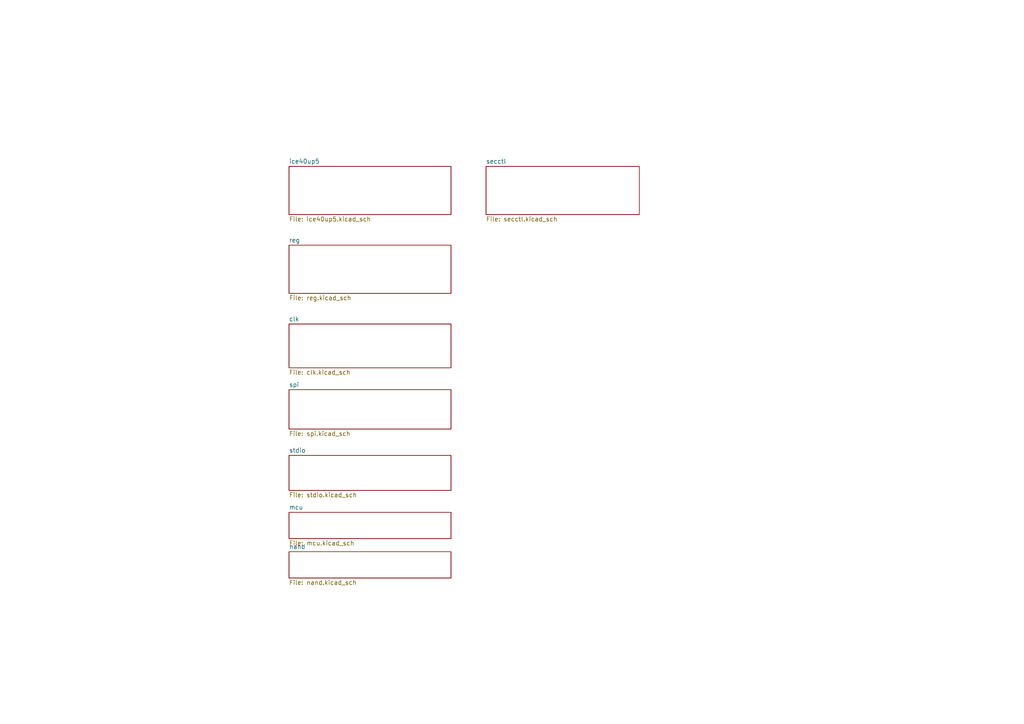
<source format=kicad_sch>
(kicad_sch (version 20211123) (generator eeschema)
  (paper "A4")
  (lib_symbols)
  (sheet (at 83.82 48.26) (size 46.99 13.97)
    (property "Sheet name" "ice40up5" (at 83.82 47.5484 0) (effects (justify left bottom)))
    (property "Sheet file" "ice40up5.kicad_sch" (at 83.82 62.8146 0) (effects (justify left top)))
  )
  (sheet (at 83.82 71.12) (size 46.99 13.97)
    (property "Sheet name" "reg" (at 83.82 70.4084 0) (effects (justify left bottom)))
    (property "Sheet file" "reg.kicad_sch" (at 83.82 85.6746 0) (effects (justify left top)))
  )
  (sheet (at 83.82 93.98) (size 46.99 12.7)
    (property "Sheet name" "clk" (at 83.82 93.2684 0) (effects (justify left bottom)))
    (property "Sheet file" "clk.kicad_sch" (at 83.82 107.2646 0) (effects (justify left top)))
  )
  (sheet (at 83.82 113.03) (size 46.99 11.43)
    (property "Sheet name" "spi" (at 83.82 112.3184 0) (effects (justify left bottom)))
    (property "Sheet file" "spi.kicad_sch" (at 83.82 125.0446 0) (effects (justify left top)))
  )
  (sheet (at 83.82 132.08) (size 46.99 10.16)
    (property "Sheet name" "stdio" (at 83.82 131.3684 0) (effects (justify left bottom)))
    (property "Sheet file" "stdio.kicad_sch" (at 83.82 142.8246 0) (effects (justify left top)))
  )
  (sheet (at 83.82 148.59) (size 46.99 7.62)
    (property "Sheet name" "mcu" (at 83.82 147.8784 0) (effects (justify left bottom)))
    (property "Sheet file" "mcu.kicad_sch" (at 83.82 156.7946 0) (effects (justify left top)))
  )
  (sheet (at 83.82 160.02) (size 46.99 7.62)
    (property "Sheet name" "nand" (at 83.82 159.3084 0) (effects (justify left bottom)))
    (property "Sheet file" "nand.kicad_sch" (at 83.82 168.2246 0) (effects (justify left top)))
  )
  (sheet (at 140.97 48.26) (size 44.45 13.97)
    (property "Sheet name" "secctl" (at 140.97 47.5484 0) (effects (justify left bottom)))
    (property "Sheet file" "secctl.kicad_sch" (at 140.97 62.8146 0) (effects (justify left top)))
  )
)
</source>
